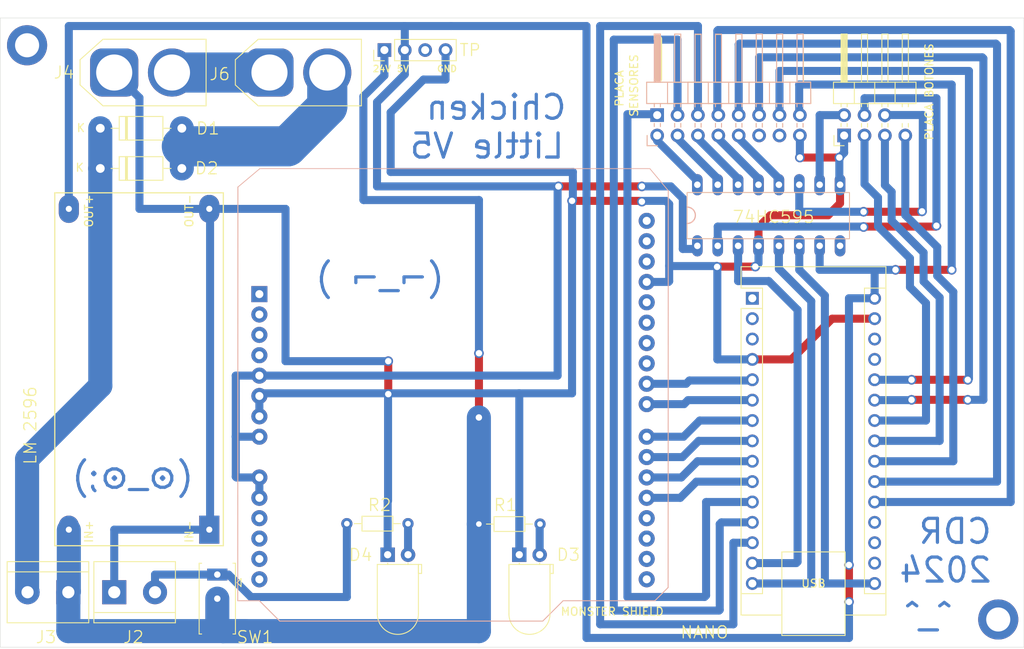
<source format=kicad_pcb>
(kicad_pcb (version 20240108) (generator "pcbnew") (generator_version "8.0")
  (layers (0 "F.Cu" signal) (31 "B.Cu" signal) (34 "B.Paste" user) (35 "F.Paste" user) (36 "B.SilkS" user "B.Silkscreen") (37 "F.SilkS" user "F.Silkscreen") (38 "B.Mask" user) (39 "F.Mask" user) (44 "Edge.Cuts" user))
  (net 0 "")
  (net 1 "AIN2 MONSTER SHIELD")
  (net 3 "ECHO 1")
  (net 5 "ECHO 3")
  (net 9 "ECHO 2")
  (net 10 "GND")
  (net 11 "TRIG 2")
  (net 13 "AIN1 MONSTER SHIELD")
  (net 14 "TRIG 3")
  (net 15 "BIN 2 MONSTER SHIELD")
  (net 16 "TRIG 1")
  (net 17 "BIN 1 MONSTER SHIELD")
  (net 18 "+5V")
  (net 19 "PWM A MONSTER SHIELD")
  (net 20 "PWM B MONSTER SHIELD")
  (net 21 "LED3")
  (net 25 "LED1")
  (net 32 "BTN2")
  (net 33 "LED2")
  (net 36 "BTN1")
  (net 40 "LED4")
  (net 47 "CNY 2")
  (net 48 "Net-(J2-Pin_2)")
  (net 49 "CNY 1")
  (net 50 "Net-(D1-K)")
  (net 51 "TRIG 4")
  (net 52 "ECHO 5")
  (net 53 "ECHO 4")
  (net 54 "TRIG 5")
  (net 55 "Net-(D3-A)")
  (net 56 "Net-(D4-A)")
  (net 57 "Net-(J4-Pin_2)")
  (net 59 "Data")
  (net 60 "Clock")
  (net 61 "Latch")
  (net 65 "+24V")
  (net 67 "Net-(D1-A)")
  (footprint "Button_Switch_THT:SW_Slide_SPDT_Straight_CK_OS102011MS2Q" (layer "F.Cu") (at 132.7 114 -90)
    (property "Reference" "SW1")
    (property "Value" "On/Off Motores")
  )
  (footprint "LED_THT:LED_D5.0mm_Horizontal_O1.27mm_Z3.0mm" (layer "F.Cu") (at 153.925 110.525)
    (property "Reference" "D4")
    (property "Value" "LED")
  )
  (footprint "Connector_PinHeader_2.54mm:PinHeader_2x04_P2.54mm_Horizontal" (layer "F.Cu") (at 210.8 58.25 90)
    (property "Reference" "PLACA BOTONES")
    (property "Value" "Placa de Botones")
  )
  (footprint "Connector_AMASS:AMASS_XT60-M_1x02_P7.20mm_Vertical" (layer "F.Cu") (at 119.854 50.4)
    (property "Reference" "J4")
    (property "Value" "Power Input 2")
  )
  (footprint "Connector_AMASS:AMASS_XT60-M_1x02_P7.20mm_Vertical" (layer "F.Cu") (at 139.2 50.4)
    (property "Reference" "J6")
    (property "Value" "Power Input 1")
  )
  (footprint "TerminalBlock:TerminalBlock_bornier-2_P5.08mm" (layer "F.Cu") (at 114.14 115.2 180)
    (property "Reference" "J3")
    (property "Value" "On/Off General")
  )
  (footprint "Resistor_THT:R_Axial_DIN0204_L3.6mm_D1.6mm_P7.62mm_Horizontal" (layer "F.Cu") (at 148.84 106.65)
    (property "Reference" "R2")
    (property "Value" "220")
  )
  (footprint "" (layer "F.Cu") (at 109 47)
    (property "Reference" "")
    (property "Value" "")
  )
  (footprint "Resistor_THT:R_Axial_DIN0204_L3.6mm_D1.6mm_P7.62mm_Horizontal" (layer "F.Cu") (at 165.29 106.7)
    (property "Reference" "R1")
    (property "Value" "220")
  )
  (footprint "Connector_PinHeader_2.54mm:PinHeader_1x04_P2.54mm_Vertical" (layer "F.Cu") (at 153.52 47.6 90)
    (property "Reference" "TP")
    (property "Value" "Conn_01x04_Pin")
  )
  (footprint "" (layer "F.Cu") (at 230 118.6)
    (property "Reference" "")
    (property "Value" "")
  )
  (footprint "LED_THT:LED_D5.0mm_Horizontal_O1.27mm_Z3.0mm" (layer "F.Cu") (at 170.325 110.525)
    (property "Reference" "D3")
    (property "Value" "LED")
  )
  (footprint "Diode_THT:D_DO-41_SOD81_P10.16mm_Horizontal" (layer "F.Cu") (at 118.12 57.35)
    (property "Reference" "D1")
    (property "Value" "1N4007")
  )
  (footprint "Module:Arduino_Nano" (layer "F.Cu") (at 199.36 78.55)
    (property "Reference" "NANO")
    (property "Value" "Arduino_Nano_v3.x")
  )
  (footprint "TerminalBlock:TerminalBlock_bornier-2_P5.08mm" (layer "F.Cu") (at 119.86 115.2)
    (property "Reference" "J2")
    (property "Value" "Power Monster")
  )
  (footprint "StepDown:StepDown" (layer "F.Cu") (at 122.95 87.4 180)
    (property "Reference" "LM 2596")
    (property "Value" "LM2596_OK")
  )
  (footprint "Diode_THT:D_DO-41_SOD81_P10.16mm_Horizontal" (layer "F.Cu") (at 118.12 62.36)
    (property "Reference" "D2")
    (property "Value" "1N4007")
  )
  (footprint "Connector_PinHeader_2.54mm:PinHeader_2x08_P2.54mm_Horizontal" (layer "B.Cu") (at 187.505 55.71 -90)
    (property "Reference" "PLACA ")
    (property "Value" "Conexion Sensores")
  )
  (footprint "74HC595N_DIP16_:DIP16-2.54-20.32X5.84MM" (layer "B.Cu") (at 201.4 68.2)
    (property "Reference" "74HC595")
    (property "Value" "74HC595")
  )
  (footprint "Module:Arduino_UNO_R3" (layer "B.Cu") (at 137.94 78.03 -90)
    (property "Reference" "A2" (hide yes))
    (property "Value" "MONSTER SHIELD")
  )
  (gr_line (start 186.2 54.25) (end 206.66 54.26) (stroke (width 0.1)) (layer "F.SilkS"))
  (gr_line (start 191.24 71.1) (end 191.24 65.37) (stroke (width 0.1)) (layer "F.SilkS"))
  (gr_line (start 187.67 45.74) (end 187.79 45.82) (stroke (width 0.1)) (layer "F.SilkS"))
  (gr_line (start 211.47 65.37) (end 211.47 71.12) (stroke (width 0.1)) (layer "F.SilkS"))
  (gr_line (start 187.23 45.75) (end 187.29 45.78) (stroke (width 0.1)) (layer "F.SilkS"))
  (gr_line (start 187.21 45.67) (end 187.85 45.69) (stroke (width 0.1)) (layer "F.SilkS"))
  (gr_line (start 196.405 51.6) (end 196.43 54.255) (stroke (width 0.1)) (layer "F.SilkS"))
  (gr_line (start 187.85 45.97) (end 187.21 45.67) (stroke (width 0.1)) (layer "F.SilkS"))
  (gr_line (start 206.62 51.59) (end 186.19 51.61) (stroke (width 0.1)) (layer "F.SilkS"))
  (gr_line (start 187.21 51.54) (end 187.93 51.52) (stroke (width 0.1)) (layer "F.SilkS"))
  (gr_line (start 205.67 56.73) (end 205.67 57.22) (stroke (width 0.1)) (layer "F.SilkS"))
  (gr_line (start 188.81 51.62) (end 188.81 54.29) (stroke (width 0.1)) (layer "F.SilkS"))
  (gr_rect (start 199.86 45.6) (end 200.62 51.63) (stroke (width 0.1)) (fill none) (layer "F.SilkS"))
  (gr_line (start 199.83 54.67) (end 199.85 54.25) (stroke (width 0.1)) (layer "F.SilkS"))
  (gr_line (start 187.14 51.18) (end 187.14 51.61) (stroke (width 0.1)) (layer "F.SilkS"))
  (gr_line (start 206.66 54.26) (end 206.62 51.59) (stroke (width 0.1)) (layer "F.SilkS"))
  (gr_line (start 202.4 54.65) (end 202.4 54.26) (stroke (width 0.1)) (layer "F.SilkS"))
  (gr_line (start 189.68 54.24) (end 189.68 54.63) (stroke (width 0.1)) (layer "F.SilkS"))
  (gr_line (start 187.92 45.6) (end 187.13 45.6) (stroke (width 0.1)) (layer "F.SilkS"))
  (gr_line (start 197.3 56.73) (end 197.31 57.2) (stroke (width 0.1)) (layer "F.SilkS"))
  (gr_line (start 192.22 56.72) (end 192.22 57.2) (stroke (width 0.1)) (layer "F.SilkS"))
  (gr_line (start 187.35 45.73) (end 187.26 45.8525) (stroke (width 0.1)) (layer "F.SilkS"))
  (gr_line (start 203.14 56.73) (end 203.14 57.19) (stroke (width 0.1)) (layer "F.SilkS"))
  (gr_line (start 186.19 51.61) (end 186.2 54.25) (stroke (width 0.1)) (layer "F.SilkS"))
  (gr_line (start 203.14 54.65) (end 203.15 54.27) (stroke (width 0.1)) (layer "F.SilkS"))
  (gr_line (start 187.93 51.27) (end 187.92 45.6) (stroke (width 0.1)) (layer "F.SilkS"))
  (gr_line (start 204.06 51.58) (end 204.05 54.29) (stroke (width 0.1)) (layer "F.SilkS"))
  (gr_line (start 189.68 56.72) (end 189.69 57.21) (stroke (width 0.1)) (layer "F.SilkS"))
  (gr_line (start 187.13 46.28) (end 187.21 45.67) (stroke (width 0.1)) (layer "F.SilkS"))
  (gr_rect (start 194.78 45.66) (end 195.52 51.61) (stroke (width 0.1)) (fill none) (layer "F.SilkS"))
  (gr_line (start 187.14 51.61) (end 187.21 51.54) (stroke (width 0.1)) (layer "F.SilkS"))
  (gr_line (start 203.12 51.59) (end 203.14 45.58) (stroke (width 0.1)) (layer "F.SilkS"))
  (gr_line (start 204.05 54.29) (end 201.51 54.26) (stroke (width 0.1)) (layer "F.SilkS"))
  (gr_line (start 200.62 56.73) (end 200.6 57.18) (stroke (width 0.1)) (layer "F.SilkS"))
  (gr_line (start 200.6 54.23) (end 200.6 54.69) (stroke (width 0.1)) (layer "F.SilkS"))
  (gr_line (start 192.23 54.21) (end 192.22 54.69) (stroke (width 0.1)) (layer "F.SilkS"))
  (gr_line (start 186.25 59.53) (end 187.54 59.51) (stroke (width 0.1)) (layer "F.SilkS"))
  (gr_line (start 199.83 56.73) (end 199.84 57.2) (stroke (width 0.1)) (layer "F.SilkS"))
  (gr_line (start 198.07 56.73) (end 198.07 57.21) (stroke (width 0.1)) (layer "F.SilkS"))
  (gr_line (start 187.14 56.72) (end 187.15 57.14) (stroke (width 0.1)) (layer "F.SilkS"))
  (gr_line (start 186.26 58.22) (end 186.25 59.53) (stroke (width 0.1)) (layer "F.SilkS"))
  (gr_line (start 211.47 71.12) (end 191.24 71.1) (stroke (width 0.1)) (layer "F.SilkS"))
  (gr_line (start 187.79 45.82) (end 187.77 45.73) (stroke (width 0.1)) (layer "F.SilkS"))
  (gr_line (start 203.14 45.58) (end 202.41 45.66) (stroke (width 0.1)) (layer "F.SilkS"))
  (gr_line (start 187.85 45.69) (end 187.85 45.97) (stroke (width 0.1)) (layer "F.SilkS"))
  (gr_line (start 202.39 56.73) (end 202.39 57.2) (stroke (width 0.1)) (layer "F.SilkS"))
  (gr_line (start 198.94 54.25) (end 198.96 51.6) (stroke (width 0.1)) (layer "F.SilkS"))
  (gr_line (start 187.17 45.975) (end 187.35 45.73) (stroke (width 0.1)) (layer "F.SilkS"))
  (gr_line (start 194.77 56.72) (end 194.76 57.22) (stroke (width 0.1)) (layer "F.SilkS"))
  (gr_line (start 187.91 54.25) (end 187.89 54.7) (stroke (width 0.1)) (layer "F.SilkS"))
  (gr_line (start 195.53 56.74) (end 195.53 57.22) (stroke (width 0.1)) (layer "F.SilkS"))
  (gr_line (start 187.93 51.52) (end 187.93 51.27) (stroke (width 0.1)) (layer "F.SilkS"))
  (gr_line (start 204.93 45.66) (end 204.95 51.61) (stroke (width 0.1)) (layer "F.SilkS"))
  (gr_line (start 201.51 54.26) (end 201.51 51.6) (stroke (width 0.1)) (layer "F.SilkS"))
  (gr_rect (start 192.24 45.66) (end 192.99 51.63) (stroke (width 0.1)) (fill none) (layer "F.SilkS"))
  (gr_line (start 205.71 45.6) (end 204.93 45.66) (stroke (width 0.1)) (layer "F.SilkS"))
  (gr_line (start 194.76 54.65) (end 194.77 54.26) (stroke (width 0.1)) (layer "F.SilkS"))
  (gr_line (start 187.29 45.78) (end 187.67 45.74) (stroke (width 0.1)) (layer "F.SilkS"))
  (gr_rect (start 197.3 45.64) (end 198.06 51.59) (stroke (width 0.1)) (fill none) (layer "F.SilkS"))
  (gr_line (start 187.13 45.6) (end 187.13 46.28) (stroke (width 0.1)) (layer "F.SilkS"))
  (gr_line (start 191.24 65.37) (end 211.47 65.37) (stroke (width 0.1)) (layer "F.SilkS"))
  (gr_line (start 193.88 51.59) (end 193.88 54.29) (stroke (width 0.1)) (layer "F.SilkS"))
  (gr_rect (start 189.67 45.61) (end 190.43 51.62) (stroke (width 0.1)) (fill none) (layer "F.SilkS"))
  (gr_line (start 192.99 54.21) (end 192.99 54.69) (stroke (width 0.1)) (layer "F.SilkS"))
  (gr_line (start 187.77 45.73) (end 187.82 45.88) (stroke (width 0.1)) (layer "F.SilkS"))
  (gr_line (start 204.92 54.66) (end 204.92 54.25) (stroke (width 0.1)) (layer "F.SilkS"))
  (gr_line (start 190.43 54.21) (end 190.43 54.69) (stroke (width 0.1)) (layer "F.SilkS"))
  (gr_line (start 191.34 51.6) (end 193.88 51.59) (stroke (width 0.1)) (layer "F.SilkS"))
  (gr_line (start 190.45 56.73) (end 190.45 57.21) (stroke (width 0.1)) (layer "F.SilkS"))
  (gr_line (start 198.07 54.22) (end 198.07 54.65) (stroke (width 0.1)) (layer "F.SilkS"))
  (gr_line (start 205.75 51.59) (end 205.71 45.6) (stroke (width 0.1)) (layer "F.SilkS"))
  (gr_line (start 191.34 54.25) (end 191.34 51.6) (stroke (width 0.1)) (layer "F.SilkS"))
  (gr_line (start 187.91 56.73) (end 187.91 57.15) (stroke (width 0.1)) (layer "F.SilkS"))
  (gr_line (start 205.69 54.65) (end 205.69 54.25) (stroke (width 0.1)) (layer "F.SilkS"))
  (gr_line (start 188.81 54.29) (end 191.34 54.25) (stroke (width 0.1)) (layer "F.SilkS"))
  (gr_line (start 192.97 56.74) (end 192.97 57.21) (stroke (width 0.1)) (layer "F.SilkS"))
  (gr_line (start 197.3 54.63) (end 197.31 54.24) (stroke (width 0.1)) (layer "F.SilkS"))
  (gr_line (start 195.53 54.25) (end 195.54 54.68) (stroke (width 0.1)) (layer "F.SilkS"))
  (gr_line (start 202.41 45.66) (end 202.39 51.61) (stroke (width 0.1)) (layer "F.SilkS"))
  (gr_line (start 187.15 54.22) (end 187.15 54.66) (stroke (width 0.1)) (layer "F.SilkS"))
  (gr_line (start 204.92 56.72) (end 204.93 57.18) (stroke (width 0.1)) (layer "F.SilkS"))
  (gr_line (start 193.88 54.29) (end 196.43 54.255) (stroke (width 0.1)) (layer "F.SilkS"))
  (gr_rect (start 105.65 43.6) (end 233.2 122.05) (stroke (width 0.05)) (fill none) (layer "Edge.Cuts"))
  (gr_text "CDR \n2024" (at 229.4 114.2 0) (layer "B.Cu") (effects (font (size 3 3) (thickness 0.4)) (justify left bottom mirror)))
  (gr_text "^_^" (at 224.4 120 0) (layer "B.Cu") (effects (font (size 3 3) (thickness 0.4)) (justify left bottom mirror)))
  (gr_text "(⊙_⊙;)" (at 130 102.5 0) (layer "B.Cu") (effects (font (size 3 3) (thickness 0.4)) (justify left bottom mirror)))
  (gr_text "Chicken \nLittle V5" (at 166.3 61.325 0) (layer "B.Cu") (effects (font (size 3 3) (thickness 0.4)) (justify bottom mirror)))
  (gr_text "(¬_¬ )" (at 161.225 77.7 0) (layer "B.Cu") (effects (font (size 3 3) (thickness 0.4)) (justify left bottom mirror)))
  (gr_text "5V" (at 155 50.4 0) (layer "F.SilkS") (effects (font (size 0.8 0.8)) (justify left bottom)))
  (gr_text "SENSORES" (at 185.2 56 90) (layer "F.SilkS") (effects (font (size 1 1)) (justify left bottom)))
  (gr_text "I" (at 185.89 51.87 0) (layer "F.SilkS") (effects (font (size 5 5) (thickness 0.9) (bold yes)) (justify left bottom)))
  (gr_text "GND" (at 160 50.4 0) (layer "F.SilkS") (effects (font (size 0.8 0.8)) (justify left bottom)))
  (gr_text "MONSTER SHIELD\n" (at 175.4 118.2 0) (layer "F.SilkS") (effects (font (size 1 1)) (justify left bottom)))
  (gr_text "24V" (at 152 50.4 0) (layer "F.SilkS") (effects (font (size 0.8 0.8)) (justify left bottom)))
  (segment (start 191.35 91.25) (end 199.36 91.25) (width 1) (layer "B.Cu") (net 1))
  (segment (start 190.85 91.75) (end 191.35 91.25) (width 1) (layer "B.Cu") (net 1))
  (segment (start 186.2 91.75) (end 190.85 91.75) (width 1) (layer "B.Cu") (net 1))
  (segment (start 193.6 115.6) (end 193.6 103.95) (width 1) (layer "B.Cu") (net 3))
  (segment (start 187.395 55.6) (end 183.8 55.6) (width 1) (layer "B.Cu") (net 3))
  (segment (start 183.8 115.79) (end 193.41 115.79) (width 1) (layer "B.Cu") (net 3))
  (segment (start 193.41 115.79) (end 193.6 115.6) (width 1) (layer "B.Cu") (net 3))
  (segment (start 187.505 55.71) (end 187.395 55.6) (width 1) (layer "B.Cu") (net 3))
  (segment (start 193.6 103.95) (end 199.36 103.95) (width 1) (layer "B.Cu") (net 3))
  (segment (start 183.8 55.6) (end 183.8 115.79) (width 1) (layer "B.Cu") (net 3))
  (segment (start 180.4 44.6) (end 192.585 44.6) (width 1) (layer "B.Cu") (net 5))
  (segment (start 180.4 119.2) (end 180.4 44.6) (width 1) (layer "B.Cu") (net 5))
  (segment (start 197 109.03) (end 197 119.2) (width 1) (layer "B.Cu") (net 5))
  (segment (start 192.585 44.6) (end 192.585 55.71) (width 1) (layer "B.Cu") (net 5))
  (segment (start 199.36 109.03) (end 197 109.03) (width 1) (layer "B.Cu") (net 5))
  (segment (start 197 119.2) (end 180.4 119.2) (width 1) (layer "B.Cu") (net 5))
  (segment (start 190.045 46.3) (end 182.1 46.3) (width 1) (layer "B.Cu") (net 9))
  (segment (start 190.045 55.3) (end 190.045 46.3) (width 1) (layer "B.Cu") (net 9))
  (segment (start 195.3 117.4) (end 195.3 106.7) (width 1) (layer "B.Cu") (net 9))
  (segment (start 195.3 106.7) (end 195.51 106.49) (width 1) (layer "B.Cu") (net 9))
  (segment (start 182.1 46.3) (end 182.1 117.49) (width 1) (layer "B.Cu") (net 9))
  (segment (start 182.1 117.49) (end 195.21 117.49) (width 1) (layer "B.Cu") (net 9))
  (segment (start 195.51 106.49) (end 199.36 106.49) (width 1) (layer "B.Cu") (net 9))
  (segment (start 195.21 117.49) (end 195.3 117.4) (width 1) (layer "B.Cu") (net 9))
  (segment (start 201.6 68.2) (end 208.8 68.2) (width 1) (layer "F.Cu") (net 10))
  (segment (start 176.9 66.4) (end 185.499997 66.4) (width 1) (layer "F.Cu") (net 10))
  (segment (start 210.29 66.71) (end 210.29 64.79) (width 1) (layer "F.Cu") (net 10))
  (segment (start 200.13 69.67) (end 201.6 68.2) (width 1) (layer "F.Cu") (net 10))
  (segment (start 194.999531 74.6) (end 194.970349 74.629182) (width 1) (layer "F.Cu") (net 10))
  (segment (start 154 86.39) (end 154 90.5) (width 1) (layer "F.Cu") (net 10))
  (segment (start 200.13 72.41) (end 200.13 69.67) (width 1) (layer "F.Cu") (net 10))
  (segment (start 204.23 86.17) (end 209.31 81.09) (width 1) (layer "F.Cu") (net 10))
  (segment (start 209.31 81.09) (end 214.6 81.09) (width 1) (layer "F.Cu") (net 10))
  (segment (start 199.73 74.6) (end 194.999531 74.6) (width 1) (layer "F.Cu") (net 10))
  (segment (start 185.499997 66.4) (end 185.6 66.500003) (width 1) (layer "F.Cu") (net 10))
  (segment (start 210.2 61) (end 205.285 61) (width 1) (layer "F.Cu") (net 10))
  (segment (start 199.36 86.17) (end 204.23 86.17) (width 1) (layer "F.Cu") (net 10))
  (segment (start 208.8 68.2) (end 210.29 66.71) (width 1) (layer "F.Cu") (net 10))
  (via (at 199.73 74.6) (size 1.2) (drill 0.8) (layers "F.Cu" "B.Cu") (net 10))
  (via (at 210.2 61) (size 1.2) (drill 0.8) (layers "F.Cu" "B.Cu") (net 10))
  (via (at 185.6 66.500003) (size 1.2) (drill 0.8) (layers "F.Cu" "B.Cu") (net 10))
  (via (at 176.9 66.4) (size 1.2) (drill 0.8) (layers "F.Cu" "B.Cu") (net 10))
  (via (at 194.970349 74.629182) (size 1.2) (drill 0.8) (layers "F.Cu" "B.Cu") (net 10))
  (via (at 154 90.5) (size 1.2) (drill 0.8) (layers "F.Cu" "B.Cu") (net 10))
  (via (at 154 86.39) (size 1.2) (drill 0.8) (layers "F.Cu" "B.Cu") (net 10))
  (via (at 205.285 61) (size 1.2) (drill 0.8) (layers "F.Cu" "B.Cu") (net 10))
  (segment (start 170.325 110.525) (end 170.325 90.425) (width 1) (layer "B.Cu") (net 10))
  (segment (start 177 62.8) (end 154.3 62.8) (width 1) (layer "B.Cu") (net 10))
  (segment (start 131.95 67.4) (end 131.8 67.55) (width 1) (layer "B.Cu") (net 10))
  (segment (start 210.29 64.79) (end 210.2 64.7) (width 1) (layer "B.Cu") (net 10))
  (segment (start 119.86 107.4) (end 131.7 107.4) (width 1) (layer "B.Cu") (net 10))
  (segment (start 185.6 66.500003) (end 185.700003 66.4) (width 1) (layer "B.Cu") (net 10))
  (segment (start 153.975 90.73) (end 153.975 103.8) (width 1) (layer "B.Cu") (net 10))
  (segment (start 176.9 66.4) (end 176.9 90.4) (width 1) (layer "B.Cu") (net 10))
  (segment (start 141.2 67.4) (end 131.95 67.4) (width 1) (layer "B.Cu") (net 10))
  (segment (start 189 66.798302) (end 189 76.42) (width 1) (layer "B.Cu") (net 10))
  (segment (start 188.601698 66.4) (end 189 66.798302) (width 1) (layer "B.Cu") (net 10))
  (segment (start 161.14 51.274921) (end 161.14 47.6) (width 1) (layer "B.Cu") (net 10))
  (segment (start 123 53.546) (end 123 67.4) (width 1) (layer "B.Cu") (net 10))
  (segment (start 119.86 115.2) (end 119.86 107.4) (width 1) (layer "B.Cu") (net 10))
  (segment (start 194.970349 74.629182) (end 195 74.658833) (width 1) (layer "B.Cu") (net 10))
  (segment (start 131.8 67.55) (end 131.8 107.3) (width 1) (layer "B.Cu") (net 10))
  (segment (start 123 67.4) (end 131.7 67.4) (width 1) (layer "B.Cu") (net 10))
  (segment (start 170.3 90.4) (end 138.27 90.4) (width 1) (layer "B.Cu") (net 10))
  (segment (start 205.285 61) (end 205.285 58.25) (width 1) (layer "B.Cu") (net 10))
  (segment (start 154.3 55.37056) (end 158.395639 51.274921) (width 1) (layer "B.Cu") (net 10))
  (segment (start 170.325 90.425) (end 170.3 90.4) (width 1) (layer "B.Cu") (net 10))
  (segment (start 131.8 107.3) (end 131.7 107.4) (width 1) (layer "B.Cu") (net 10))
  (segment (start 200.13 72.41) (end 200.13 74.2) (width 1) (layer "B.Cu") (net 10))
  (segment (start 194.970349 74.629182) (end 194.871967 74.5308) (width 1) (layer "B.Cu") (net 10))
  (segment (start 210.8 60.4) (end 210.8 58.25) (width 1) (layer "B.Cu") (net 10))
  (segment (start 185.700003 66.4) (end 188.601698 66.4) (width 1) (layer "B.Cu") (net 10))
  (segment (start 189.0308 74.5308) (end 189 74.5) (width 1) (layer "B.Cu") (net 10))
  (segment (start 194.871967 74.5308) (end 189.0308 74.5308) (width 1) (layer "B.Cu") (net 10))
  (segment (start 158.395639 51.274921) (end 161.14 51.274921) (width 1) (layer "B.Cu") (net 10))
  (segment (start 195 74.658833) (end 195 86.17) (width 1) (layer "B.Cu") (net 10))
  (segment (start 188.91 76.51) (end 186.2 76.51) (width 1) (layer "B.Cu") (net 10))
  (segment (start 153.925 103.85) (end 153.975 103.8) (width 1) (layer "B.Cu") (net 10))
  (segment (start 137.94 93.27) (end 137.94 90.73) (width 1) (layer "B.Cu") (net 10))
  (segment (start 195 86.17) (end 199.36 86.17) (width 1) (layer "B.Cu") (net 10))
  (segment (start 141.2 86.39) (end 141.2 67.4) (width 1) (layer "B.Cu") (net 10))
  (segment (start 200.13 74.2) (end 199.73 74.6) (width 1) (layer "B.Cu") (net 10))
  (segment (start 154.3 62.8) (end 154.3 55.37056) (width 1) (layer "B.Cu") (net 10))
  (segment (start 154 86.39) (end 141.2 86.39) (width 1) (layer "B.Cu") (net 10))
  (segment (start 210.2 61) (end 210.8 60.4) (width 1) (layer "B.Cu") (net 10))
  (segment (start 177 66.3) (end 177 62.8) (width 1) (layer "B.Cu") (net 10))
  (segment (start 189 76.42) (end 188.91 76.51) (width 1) (layer "B.Cu") (net 10))
  (segment (start 210.2 64.7) (end 210.2 61) (width 1) (layer "B.Cu") (net 10))
  (segment (start 176.9 90.4) (end 170.3 90.4) (width 1) (layer "B.Cu") (net 10))
  (segment (start 153.925 110.525) (end 153.925 103.85) (width 1) (layer "B.Cu") (net 10))
  (segment (start 138.27 90.4) (end 137.94 90.73) (width 1) (layer "B.Cu") (net 10))
  (segment (start 176.9 66.4) (end 177 66.3) (width 1) (layer "B.Cu") (net 10))
  (segment (start 119.854 50.4) (end 123 53.546) (width 1) (layer "B.Cu") (net 10))
  (segment (start 192.51 63.902761) (end 192.51 64.79) (width 1) (layer "B.Cu") (net 11))
  (segment (start 187.505 58.897761) (end 192.51 63.902761) (width 1) (layer "B.Cu") (net 11))
  (segment (start 187.505 58.25) (end 187.505 58.897761) (width 1) (layer "B.Cu") (net 11))
  (segment (start 192.81 93.79) (end 199.36 93.79) (width 1) (layer "B.Cu") (net 13))
  (segment (start 186.2 95.81) (end 190.79 95.81) (width 1) (layer "B.Cu") (net 13))
  (segment (start 190.79 95.81) (end 192.81 93.79) (width 1) (layer "B.Cu") (net 13))
  (segment (start 195.05 63.638597) (end 195.05 64.39) (width 1) (layer "B.Cu") (net 14))
  (segment (start 190.045 58.633597) (end 195.05 63.638597) (width 1) (layer "B.Cu") (net 14))
  (segment (start 190.045 58.25) (end 190.045 58.633597) (width 1) (layer "B.Cu") (net 14))
  (segment (start 191.11 89.21) (end 191.52 88.8) (width 1) (layer "B.Cu") (net 15))
  (segment (start 199.27 88.8) (end 199.36 88.71) (width 1) (layer "B.Cu") (net 15))
  (segment (start 186.2 89.21) (end 191.11 89.21) (width 1) (layer "B.Cu") (net 15))
  (segment (start 191.52 88.8) (end 199.27 88.8) (width 1) (layer "B.Cu") (net 15))
  (segment (start 202.67 63.614138) (end 202.67 64.39) (width 1) (layer "B.Cu") (net 16))
  (segment (start 197.665 58.25) (end 197.665 58.609138) (width 1) (layer "B.Cu") (net 16))
  (segment (start 197.665 58.609138) (end 202.67 63.614138) (width 1) (layer "B.Cu") (net 16))
  (segment (start 190.382492 103.43) (end 192.402492 101.41) (width 1) (layer "B.Cu") (net 17))
  (segment (start 192.402492 101.41) (end 199.36 101.41) (width 1) (layer "B.Cu") (net 17))
  (segment (start 186.2 103.43) (end 190.382492 103.43) (width 1) (layer "B.Cu") (net 17))
  (segment (start 224.2 75) (end 217.2 75) (width 1) (layer "F.Cu") (net 18))
  (segment (start 211.4 116.4) (end 211.405 116.405) (width 1) (layer "F.Cu") (net 18))
  (segment (start 211.4 111.8) (end 211.4 116.4) (width 1) (layer "F.Cu") (net 18))
  (segment (start 175.2 64.6) (end 185.6 64.6) (width 1) (layer "F.Cu") (net 18))
  (via (at 211.4 111.8) (size 1.2) (drill 0.8) (layers "F.Cu" "B.Cu") (net 18))
  (via (at 185.6 64.6) (size 1.2) (drill 0.8) (layers "F.Cu" "B.Cu") (net 18))
  (via (at 175.2 64.6) (size 1.2) (drill 0.8) (layers "F.Cu" "B.Cu") (net 18))
  (via (at 217.2 75) (size 1.2) (drill 0.8) (layers "F.Cu" "B.Cu") (net 18))
  (via (at 224.2 75) (size 1.2) (drill 0.8) (layers "F.Cu" "B.Cu") (net 18))
  (via (at 211.405 116.405) (size 1.2) (drill 0.8) (layers "F.Cu" "B.Cu") (net 18))
  (segment (start 214.7 75) (end 207.75 75) (width 1) (layer "B.Cu") (net 18))
  (segment (start 211.4 78.55) (end 214.6 78.55) (width 1) (layer "B.Cu") (net 18))
  (segment (start 224.2 51.9) (end 205.2 51.9) (width 1) (layer "B.Cu") (net 18))
  (segment (start 135 100.8) (end 135 95.8) (width 1) (layer "B.Cu") (net 18))
  (segment (start 156.06 44.66) (end 156 44.6) (width 1) (layer "B.Cu") (net 18))
  (segment (start 205.2 55.625) (end 205.285 55.71) (width 1) (layer "B.Cu") (net 18))
  (segment (start 190.7 66.094138) (end 190.7 72.4) (width 1) (layer "B.Cu") (net 18))
  (segment (start 211.405 120.9) (end 211.405 116.405) (width 1) (layer "B.Cu") (net 18))
  (segment (start 192.5 72.4) (end 192.51 72.41) (width 1) (layer "B.Cu") (net 18))
  (segment (start 152.6 54.094974) (end 156.06 50.634974) (width 1) (layer "B.Cu") (net 18))
  (segment (start 175.1 88.19) (end 137.94 88.19) (width 1) (layer "B.Cu") (net 18))
  (segment (start 114.2 44.6) (end 114.2 67.4) (width 1) (layer "B.Cu") (net 18))
  (segment (start 189.205862 64.6) (end 190.7 66.094138) (width 1) (layer "B.Cu") (net 18))
  (segment (start 211.4 111.8) (end 211.4 78.55) (width 1) (layer "B.Cu") (net 18))
  (segment (start 175.2 64.6) (end 175.1 64.7) (width 1) (layer "B.Cu") (net 18))
  (segment (start 156.06 50.634974) (end 156.06 47.6) (width 1) (layer "B.Cu") (net 18))
  (segment (start 214.6 78.55) (end 214.6 75.1) (width 1) (layer "B.Cu") (net 18))
  (segment (start 214.6 75.1) (end 214.7 75) (width 1) (layer "B.Cu") (net 18))
  (segment (start 175.1 64.7) (end 175.1 88.19) (width 1) (layer "B.Cu") (net 18))
  (segment (start 190.7 72.4) (end 192.5 72.4) (width 1) (layer "B.Cu") (net 18))
  (segment (start 161.84 44.6) (end 156 44.6) (width 1) (layer "B.Cu") (net 18))
  (segment (start 135.01 95.81) (end 135 95.8) (width 1) (layer "B.Cu") (net 18))
  (segment (start 137.94 88.19) (end 135 88.19) (width 1) (layer "B.Cu") (net 18))
  (segment (start 205.2 51.9) (end 205.2 55.625) (width 1) (layer "B.Cu") (net 18))
  (segment (start 224.2 75) (end 224.2 51.9) (width 1) (layer "B.Cu") (net 18))
  (segment (start 156 44.6) (end 114.2 44.6) (width 1) (layer "B.Cu") (net 18))
  (segment (start 178.7 44.6) (end 178.7 120.9) (width 1) (layer "B.Cu") (net 18))
  (segment (start 178.7 120.9) (end 211.405 120.9) (width 1) (layer "B.Cu") (net 18))
  (segment (start 152.6 64.6) (end 152.6 54.094974) (width 1) (layer "B.Cu") (net 18))
  (segment (start 161.84 44.6) (end 178.7 44.6) (width 1) (layer "B.Cu") (net 18))
  (segment (start 137.94 100.89) (end 135.09 100.89) (width 1) (layer "B.Cu") (net 18))
  (segment (start 135.09 100.89) (end 135 100.8) (width 1) (layer "B.Cu") (net 18))
  (segment (start 137.94 95.81) (end 135.01 95.81) (width 1) (layer "B.Cu") (net 18))
  (segment (start 185.6 64.6) (end 189.205862 64.6) (width 1) (layer "B.Cu") (net 18))
  (segment (start 175.2 64.6) (end 152.6 64.6) (width 1) (layer "B.Cu") (net 18))
  (segment (start 207.75 75) (end 207.75 72.41) (width 1) (layer "B.Cu") (net 18))
  (segment (start 156.06 47.6) (end 156.06 44.66) (width 1) (layer "B.Cu") (net 18))
  (segment (start 217.2 75) (end 214.7 75) (width 1) (layer "B.Cu") (net 18))
  (segment (start 135 95.8) (end 135 88.19) (width 1) (layer "B.Cu") (net 18))
  (segment (start 137.94 100.89) (end 137.94 103.43) (width 1) (layer "B.Cu") (net 18))
  (segment (start 186.2 100.89) (end 190.518328 100.89) (width 1) (layer "B.Cu") (net 19))
  (segment (start 190.518328 100.89) (end 192.538328 98.87) (width 1) (layer "B.Cu") (net 19))
  (segment (start 192.538328 98.87) (end 199.36 98.87) (width 1) (layer "B.Cu") (net 19))
  (segment (start 190.654164 98.35) (end 192.674164 96.33) (width 1) (layer "B.Cu") (net 20))
  (segment (start 186.2 98.35) (end 190.654164 98.35) (width 1) (layer "B.Cu") (net 20))
  (segment (start 192.674164 96.33) (end 199.36 96.33) (width 1) (layer "B.Cu") (net 20))
  (segment (start 222.19 69.61) (end 222.3 69.5) (width 1) (layer "F.Cu") (net 21))
  (segment (start 213.271593 69.61) (end 222.19 69.61) (width 1) (layer "F.Cu") (net 21))
  (segment (start 213.221591 69.660002) (end 213.271593 69.61) (width 1) (layer "F.Cu") (net 21))
  (via (at 213.221591 69.660002) (size 1.2) (drill 0.8) (layers "F.Cu" "B.Cu") (net 21))
  (via (at 222.3 69.5) (size 1.2) (drill 0.8) (layers "F.Cu" "B.Cu") (net 21))
  (segment (start 213.171589 69.61) (end 195.05 69.61) (width 1) (layer "B.Cu") (net 21))
  (segment (start 222.3 69.5) (end 222.3 53.6) (width 1) (layer "B.Cu") (net 21))
  (segment (start 213.221591 69.660002) (end 213.171589 69.61) (width 1) (layer "B.Cu") (net 21))
  (segment (start 222.3 53.6) (end 213.34 53.6) (width 1) (layer "B.Cu") (net 21))
  (segment (start 195.05 69.61) (end 195.05 72.41) (width 1) (layer "B.Cu") (net 21))
  (segment (start 213.34 53.6) (end 213.34 55.8) (width 1) (layer "B.Cu") (net 21))
  (segment (start 224.4 77.745585) (end 222.4 75.745585) (width 1) (layer "B.Cu") (net 25))
  (segment (start 222.4 75.745585) (end 222.4 72.155582) (width 1) (layer "B.Cu") (net 25))
  (segment (start 222.4 72.155582) (end 218.42 68.175582) (width 1) (layer "B.Cu") (net 25))
  (segment (start 218.42 68.175582) (end 218.42 58.25) (width 1) (layer "B.Cu") (net 25))
  (segment (start 214.6 98.87) (end 224.4 98.87) (width 1) (layer "B.Cu") (net 25))
  (segment (start 224.4 98.87) (end 224.4 77.745585) (width 1) (layer "B.Cu") (net 25))
  (segment (start 221 93.79) (end 221 79.153913) (width 1) (layer "B.Cu") (net 32))
  (segment (start 214.6 93.79) (end 221 93.79) (width 1) (layer "B.Cu") (net 32))
  (segment (start 213.34 64.304164) (end 213.34 58.25) (width 1) (layer "B.Cu") (net 32))
  (segment (start 219 77.153913) (end 219 73.56391) (width 1) (layer "B.Cu") (net 32))
  (segment (start 215.02 69.58391) (end 215.02 65.984164) (width 1) (layer "B.Cu") (net 32))
  (segment (start 215.02 65.984164) (end 213.34 64.304164) (width 1) (layer "B.Cu") (net 32))
  (segment (start 219 73.56391) (end 215.02 69.58391) (width 1) (layer "B.Cu") (net 32))
  (segment (start 221 79.153913) (end 219 77.153913) (width 1) (layer "B.Cu") (net 32))
  (segment (start 210.8 55.71) (end 207.75 55.71) (width 1) (layer "B.Cu") (net 33))
  (segment (start 207.75 55.71) (end 207.75 64.79) (width 1) (layer "B.Cu") (net 33))
  (segment (start 210.8 55.8) (end 210.8 55.71) (width 1) (layer "B.Cu") (net 33))
  (segment (start 215.88 64.44) (end 216.72 65.28) (width 1) (layer "B.Cu") (net 36))
  (segment (start 220.7 72.859746) (end 220.7 76.449749) (width 1) (layer "B.Cu") (net 36))
  (segment (start 216.72 68.879746) (end 220.7 72.859746) (width 1) (layer "B.Cu") (net 36))
  (segment (start 222.7 96.33) (end 214.6 96.33) (width 1) (layer "B.Cu") (net 36))
  (segment (start 216.72 65.28) (end 216.72 68.879746) (width 1) (layer "B.Cu") (net 36))
  (segment (start 220.7 76.449749) (end 222.7 78.449749) (width 1) (layer "B.Cu") (net 36))
  (segment (start 215.88 58.25) (end 215.88 64.44) (width 1) (layer "B.Cu") (net 36))
  (segment (start 222.7 78.449749) (end 222.7 96.33) (width 1) (layer "B.Cu") (net 36))
  (segment (start 213.22 67.76) (end 220.449997 67.76) (width 1) (layer "F.Cu") (net 40))
  (segment (start 220.449997 67.76) (end 220.5 67.709997) (width 1) (layer "F.Cu") (net 40))
  (via (at 220.5 67.709997) (size 1.2) (drill 0.8) (layers "F.Cu" "B.Cu") (net 40))
  (via (at 213.22 67.76) (size 1.2) (drill 0.8) (layers "F.Cu" "B.Cu") (net 40))
  (segment (start 220.6 55.7) (end 215.89 55.7) (width 1) (layer "B.Cu") (net 40))
  (segment (start 213.22 67.76) (end 205.21 67.76) (width 1) (layer "B.Cu") (net 40))
  (segment (start 215.88 55.71) (end 215.88 56.11) (width 1) (layer "B.Cu") (net 40))
  (segment (start 220.6 67.709997) (end 220.6 55.7) (width 1) (layer "B.Cu") (net 40))
  (segment (start 205.21 67.76) (end 205.21 64.79) (width 1) (layer "B.Cu") (net 40))
  (segment (start 215.89 55.7) (end 215.88 55.71) (width 1) (layer "B.Cu") (net 40))
  (segment (start 226.2 91.21) (end 219.2 91.21) (width 1) (layer "F.Cu") (net 47))
  (via (at 219.2 91.21) (size 1.2) (drill 0.8) (layers "F.Cu" "B.Cu") (net 47))
  (via (at 226.2 91.21) (size 1.2) (drill 0.8) (layers "F.Cu" "B.Cu") (net 47))
  (segment (start 219.2 91.21) (end 219.16 91.25) (width 1) (layer "B.Cu") (net 47))
  (segment (start 200.2 55.705) (end 200.205 55.71) (width 1) (layer "B.Cu") (net 47))
  (segment (start 219.16 91.25) (end 214.6 91.25) (width 1) (layer "B.Cu") (net 47))
  (segment (start 228.15 91.21) (end 228.15 48.65) (width 1) (layer "B.Cu") (net 47))
  (segment (start 226.2 91.21) (end 228.15 91.21) (width 1) (layer "B.Cu") (net 47))
  (segment (start 228 48.5) (end 200.2 48.5) (width 1) (layer "B.Cu") (net 47))
  (segment (start 228.15 48.65) (end 228 48.5) (width 1) (layer "B.Cu") (net 47))
  (segment (start 200.2 48.5) (end 200.2 55.705) (width 1) (layer "B.Cu") (net 47))
  (segment (start 136.902082 115.8) (end 148.84 115.8) (width 1) (layer "B.Cu") (net 48))
  (segment (start 124.94 113) (end 131.9025 113) (width 1) (layer "B.Cu") (net 48))
  (segment (start 148.84 115.8) (end 148.84 106.65) (width 1) (layer "B.Cu") (net 48))
  (segment (start 124.94 115.2) (end 124.94 113) (width 1) (layer "B.Cu") (net 48))
  (segment (start 131.9025 113) (end 134.102082 113) (width 1) (layer "B.Cu") (net 48))
  (segment (start 134.102082 113) (end 136.902082 115.8) (width 1) (layer "B.Cu") (net 48))
  (segment (start 226.2 88.71) (end 219.2 88.71) (width 1) (layer "F.Cu") (net 49))
  (via (at 219.2 88.71) (size 1.2) (drill 0.8) (layers "F.Cu" "B.Cu") (net 49))
  (via (at 226.2 88.71) (size 1.2) (drill 0.8) (layers "F.Cu" "B.Cu") (net 49))
  (segment (start 226.35 88.56) (end 226.35 50.2) (width 1) (layer "B.Cu") (net 49))
  (segment (start 226.2 88.71) (end 226.35 88.56) (width 1) (layer "B.Cu") (net 49))
  (segment (start 202.745 50.2) (end 202.745 55.71) (width 1) (layer "B.Cu") (net 49))
  (segment (start 214.6 88.71) (end 219.2 88.71) (width 1) (layer "B.Cu") (net 49))
  (segment (start 226.35 50.2) (end 202.745 50.2) (width 1) (layer "B.Cu") (net 49))
  (segment (start 118.12 62.36) (end 118.12 57.35) (width 3) (layer "B.Cu") (net 50))
  (segment (start 109 98.6) (end 109 115.14) (width 3) (layer "B.Cu") (net 50))
  (segment (start 118.12 89.48) (end 109 98.6) (width 3) (layer "B.Cu") (net 50))
  (segment (start 118.15 62.39) (end 118.12 62.36) (width 3) (layer "B.Cu") (net 50))
  (segment (start 109 115.14) (end 109.06 115.2) (width 3) (layer "B.Cu") (net 50))
  (segment (start 118.12 62.36) (end 118.12 89.48) (width 3) (layer "B.Cu") (net 50))
  (segment (start 195.125 58.25) (end 195.125 58.633597) (width 1) (layer "B.Cu") (net 51))
  (segment (start 195.125 58.633597) (end 200.13 63.638597) (width 1) (layer "B.Cu") (net 51))
  (segment (start 200.13 63.638597) (end 200.13 64.39) (width 1) (layer "B.Cu") (net 51))
  (segment (start 197.765 46.8) (end 229.7 46.8) (width 1) (layer "B.Cu") (net 52))
  (segment (start 229.85 101.41) (end 214.6 101.41) (width 1) (layer "B.Cu") (net 52))
  (segment (start 229.7 46.8) (end 229.85 46.95) (width 1) (layer "B.Cu") (net 52))
  (segment (start 197.665 46.9) (end 197.765 46.8) (width 1) (layer "B.Cu") (net 52))
  (segment (start 197.665 55.71) (end 197.665 46.9) (width 1) (layer "B.Cu") (net 52))
  (segment (start 229.85 46.95) (end 229.85 101.41) (width 1) (layer "B.Cu") (net 52))
  (segment (start 195.1 45.1) (end 231.4 45.1) (width 1) (layer "B.Cu") (net 53))
  (segment (start 195.125 55.71) (end 195 55.585) (width 1) (layer "B.Cu") (net 53))
  (segment (start 231.55 103.95) (end 214.6 103.95) (width 1) (layer "B.Cu") (net 53))
  (segment (start 195 55.585) (end 195 45.2) (width 1) (layer "B.Cu") (net 53))
  (segment (start 195 45.2) (end 195.1 45.1) (width 1) (layer "B.Cu") (net 53))
  (segment (start 231.4 45.1) (end 231.55 45.25) (width 1) (layer "B.Cu") (net 53))
  (segment (start 231.55 45.25) (end 231.55 103.95) (width 1) (layer "B.Cu") (net 53))
  (segment (start 197.59 63.638597) (end 197.59 64.39) (width 1) (layer "B.Cu") (net 54))
  (segment (start 192.585 58.25) (end 192.585 58.633597) (width 1) (layer "B.Cu") (net 54))
  (segment (start 192.585 58.633597) (end 197.59 63.638597) (width 1) (layer "B.Cu") (net 54))
  (segment (start 172.865 110.525) (end 172.865 106.745) (width 1) (layer "B.Cu") (net 55))
  (segment (start 156.465 110.525) (end 156.465 106.655) (width 1) (layer "B.Cu") (net 56))
  (segment (start 127.054 50.4) (end 139.2 50.4) (width 5) (layer "B.Cu") (net 57))
  (segment (start 204.83 111.57) (end 199.36 111.57) (width 1) (layer "B.Cu") (net 59))
  (segment (start 197.59 76.4) (end 201.4 76.4) (width 1) (layer "B.Cu") (net 59))
  (segment (start 201.4 76.4) (end 205 80) (width 1) (layer "B.Cu") (net 59))
  (segment (start 197.59 72.41) (end 197.59 76.4) (width 1) (layer "B.Cu") (net 59))
  (segment (start 205 80) (end 205 111.4) (width 1) (layer "B.Cu") (net 59))
  (segment (start 205 111.4) (end 204.83 111.57) (width 1) (layer "B.Cu") (net 59))
  (segment (start 208.4 114.11) (end 214.6 114.11) (width 1) (layer "B.Cu") (net 60))
  (segment (start 205.21 72.41) (end 205.21 75.01) (width 1) (layer "B.Cu") (net 60))
  (segment (start 208.4 78.2) (end 208.4 114.11) (width 1) (layer "B.Cu") (net 60))
  (segment (start 205.21 75.01) (end 208.4 78.2) (width 1) (layer "B.Cu") (net 60))
  (segment (start 206.7 78.904164) (end 206.7 114.11) (width 1) (layer "B.Cu") (net 61))
  (segment (start 202.67 72.41) (end 202.67 74.874164) (width 1) (layer "B.Cu") (net 61))
  (segment (start 202.67 74.874164) (end 206.7 78.904164) (width 1) (layer "B.Cu") (net 61))
  (segment (start 206.7 114.11) (end 199.36 114.11) (width 1) (layer "B.Cu") (net 61))
  (segment (start 165.3 85.4) (end 165.3 93.4) (width 1) (layer "F.Cu") (net 65))
  (segment (start 165.3 93.4) (end 165.29 93.41) (width 1) (layer "F.Cu") (net 65))
  (via (at 165.3 85.4) (size 1.2) (drill 0.8) (layers "F.Cu" "B.Cu") (net 65))
  (via (at 165.29 93.41) (size 1.2) (drill 0.8) (layers "F.Cu" "B.Cu") (net 65))
  (segment (start 150.925 66.3) (end 150.9 66.275) (width 1) (layer "B.Cu") (net 65))
  (segment (start 165.29 106.7) (end 165.29 93.41) (width 3) (layer "B.Cu") (net 65))
  (segment (start 150.9 66.275) (end 150.9 53.39081) (width 1) (layer "B.Cu") (net 65))
  (segment (start 114.14 115.2) (end 114.2 115.14) (width 3) (layer "B.Cu") (net 65))
  (segment (start 150.9 53.39081) (end 153.52 50.77081) (width 1) (layer "B.Cu") (net 65))
  (segment (start 133.41 120.05) (end 165.29 120.05) (width 3) (layer "B.Cu") (net 65))
  (segment (start 136.2 120.05) (end 114.14 120.05) (width 3) (layer "B.Cu") (net 65))
  (segment (start 114.14 120.05) (end 114.14 115.2) (width 3) (layer "B.Cu") (net 65))
  (segment (start 132.7 119.34) (end 133.41 120.05) (width 3) (layer "B.Cu") (net 65))
  (segment (start 153.52 50.77081) (end 153.52 47.6) (width 1) (layer "B.Cu") (net 65))
  (segment (start 132.7 116) (end 132.7 119.34) (width 3) (layer "B.Cu") (net 65))
  (segment (start 165.29 120.05) (end 165.29 106.7) (width 3) (layer "B.Cu") (net 65))
  (segment (start 165.3 85.4) (end 165.3 66.3) (width 1) (layer "B.Cu") (net 65))
  (segment (start 114.2 115.14) (end 114.2 107.45) (width 3) (layer "B.Cu") (net 65))
  (segment (start 165.3 66.3) (end 150.925 66.3) (width 1) (layer "B.Cu") (net 65))
  (segment (start 146.4 54.64264) (end 146.4 50.4) (width 5) (layer "B.Cu") (net 67))
  (segment (start 128.28 59.6) (end 141.44264 59.6) (width 5) (layer "B.Cu") (net 67))
  (segment (start 128.28 62.36) (end 128.28 59.6) (width 3) (layer "B.Cu") (net 67))
  (segment (start 128.28 59.6) (end 128.28 57.35) (width 3) (layer "B.Cu") (net 67))
  (segment (start 141.44264 59.6) (end 146.4 54.64264) (width 5) (layer "B.Cu") (net 67))
)
</source>
